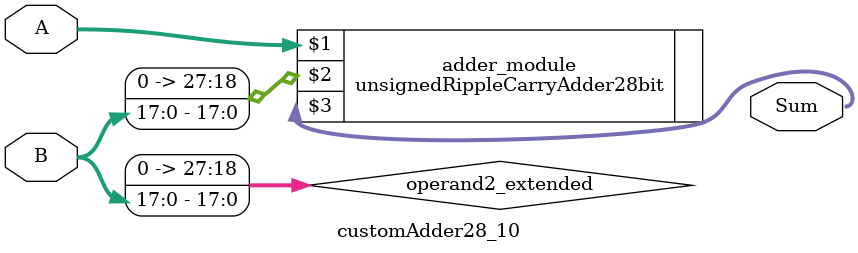
<source format=v>

module customAdder28_10(
                    input [27 : 0] A,
                    input [17 : 0] B,
                    
                    output [28 : 0] Sum
            );

    wire [27 : 0] operand2_extended;
    
    assign operand2_extended =  {10'b0, B};
    
    unsignedRippleCarryAdder28bit adder_module(
        A,
        operand2_extended,
        Sum
    );
    
endmodule
        
</source>
